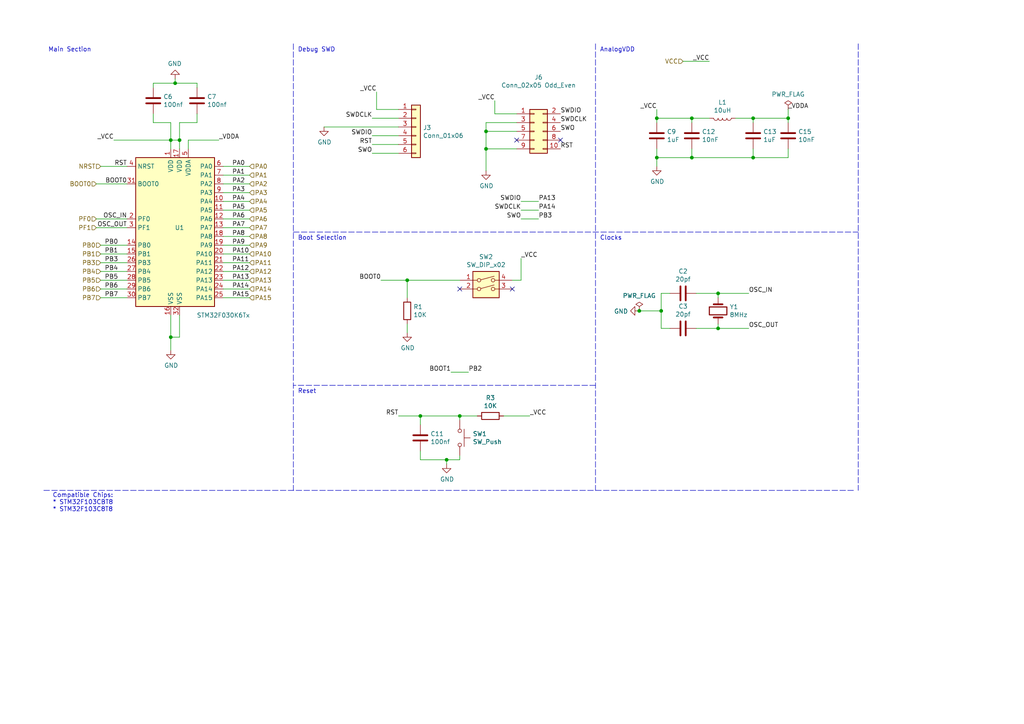
<source format=kicad_sch>
(kicad_sch (version 20231120) (generator "eeschema") (generator_version "8.0")
  (paper "A4")
  (lib_symbols
    (symbol "Connector_Generic:Conn_01x06" (pin_names (offset 1.016) hide)
      (property "Reference" "J" (at 0 7.62 0))
      (property "Value" "Conn_01x06" (at 0 -10.16 0))
      (symbol "Conn_01x06_1_1"
        (rectangle (start -1.27 -7.493) (end 0 -7.747) (stroke (width 0.1524)))
        (rectangle (start -1.27 -4.953) (end 0 -5.207) (stroke (width 0.1524)))
        (rectangle (start -1.27 -2.413) (end 0 -2.667) (stroke (width 0.1524)))
        (rectangle (start -1.27 0.127) (end 0 -0.127) (stroke (width 0.1524)))
        (rectangle (start -1.27 2.667) (end 0 2.413) (stroke (width 0.1524)))
        (rectangle (start -1.27 5.207) (end 0 4.953) (stroke (width 0.1524)))
        (rectangle (start -1.27 6.35) (end 1.27 -8.89) (stroke (width 0.254)) (fill (type background)))
        (pin passive line (at -5.08 5.08 0) (length 3.81) (name "Pin_1") (number "1"))
        (pin passive line (at -5.08 2.54 0) (length 3.81) (name "Pin_2") (number "2"))
        (pin passive line (at -5.08 0 0) (length 3.81) (name "Pin_3") (number "3"))
        (pin passive line (at -5.08 -2.54 0) (length 3.81) (name "Pin_4") (number "4"))
        (pin passive line (at -5.08 -5.08 0) (length 3.81) (name "Pin_5") (number "5"))
        (pin passive line (at -5.08 -7.62 0) (length 3.81) (name "Pin_6") (number "6"))
      )
    )
    (symbol "Connector_Generic:Conn_02x05_Odd_Even" (pin_names (offset 1.016) hide)
      (property "Reference" "J" (at 1.27 7.62 0))
      (property "Value" "Conn_02x05_Odd_Even" (at 1.27 -7.62 0))
      (symbol "Conn_02x05_Odd_Even_1_1"
        (rectangle (start -1.27 -4.953) (end 0 -5.207) (stroke (width 0.1524)))
        (rectangle (start -1.27 -2.413) (end 0 -2.667) (stroke (width 0.1524)))
        (rectangle (start -1.27 0.127) (end 0 -0.127) (stroke (width 0.1524)))
        (rectangle (start -1.27 2.667) (end 0 2.413) (stroke (width 0.1524)))
        (rectangle (start -1.27 5.207) (end 0 4.953) (stroke (width 0.1524)))
        (rectangle (start -1.27 6.35) (end 3.81 -6.35) (stroke (width 0.254)) (fill (type background)))
        (rectangle (start 3.81 -4.953) (end 2.54 -5.207) (stroke (width 0.1524)))
        (rectangle (start 3.81 -2.413) (end 2.54 -2.667) (stroke (width 0.1524)))
        (rectangle (start 3.81 0.127) (end 2.54 -0.127) (stroke (width 0.1524)))
        (rectangle (start 3.81 2.667) (end 2.54 2.413) (stroke (width 0.1524)))
        (rectangle (start 3.81 5.207) (end 2.54 4.953) (stroke (width 0.1524)))
        (pin passive line (at -5.08 5.08 0) (length 3.81) (name "Pin_1") (number "1"))
        (pin passive line (at 7.62 -5.08 180) (length 3.81) (name "Pin_10") (number "10"))
        (pin passive line (at 7.62 5.08 180) (length 3.81) (name "Pin_2") (number "2"))
        (pin passive line (at -5.08 2.54 0) (length 3.81) (name "Pin_3") (number "3"))
        (pin passive line (at 7.62 2.54 180) (length 3.81) (name "Pin_4") (number "4"))
        (pin passive line (at -5.08 0 0) (length 3.81) (name "Pin_5") (number "5"))
        (pin passive line (at 7.62 0 180) (length 3.81) (name "Pin_6") (number "6"))
        (pin passive line (at -5.08 -2.54 0) (length 3.81) (name "Pin_7") (number "7"))
        (pin passive line (at 7.62 -2.54 180) (length 3.81) (name "Pin_8") (number "8"))
        (pin passive line (at -5.08 -5.08 0) (length 3.81) (name "Pin_9") (number "9"))
      )
    )
    (symbol "Device:C" (pin_numbers hide) (pin_names (offset 0.254))
      (property "Reference" "C" (at 0.635 2.54 0))
      (property "Value" "C" (at 0.635 -2.54 0))
      (symbol "C_0_1"
        (polyline (pts (xy -2.032 -0.762) (xy 2.032 -0.762)) (stroke (width 0.508)))
        (polyline (pts (xy -2.032 0.762) (xy 2.032 0.762)) (stroke (width 0.508)))
      )
      (symbol "C_1_1"
        (pin passive line (at 0 3.81 270) (length 2.794) (name "~") (number "1"))
        (pin passive line (at 0 -3.81 90) (length 2.794) (name "~") (number "2"))
      )
    )
    (symbol "Device:Crystal" (pin_numbers hide) (pin_names (offset 1.016) hide)
      (property "Reference" "Y" (at 0 3.81 0))
      (property "Value" "Crystal" (at 0 -3.81 0))
      (symbol "Crystal_0_1"
        (rectangle (start -1.143 2.54) (end 1.143 -2.54) (stroke (width 0.3048)))
        (polyline (pts (xy -2.54 0) (xy -1.905 0)))
        (polyline (pts (xy -1.905 -1.27) (xy -1.905 1.27)) (stroke (width 0.508)))
        (polyline (pts (xy 1.905 -1.27) (xy 1.905 1.27)) (stroke (width 0.508)))
        (polyline (pts (xy 2.54 0) (xy 1.905 0)))
      )
      (symbol "Crystal_1_1"
        (pin passive line (at -3.81 0 0) (length 1.27) (name "1") (number "1"))
        (pin passive line (at 3.81 0 180) (length 1.27) (name "2") (number "2"))
      )
    )
    (symbol "Device:L" (pin_numbers hide) (pin_names (offset 1.016) hide)
      (property "Reference" "L" (at -1.27 0 90))
      (property "Value" "L" (at 1.905 0 90))
      (symbol "L_0_1"
        (arc (start 0 -2.54) (mid 0.6323 -1.905) (end 0 -1.27))
        (arc (start 0 -1.27) (mid 0.6323 -0.635) (end 0 0))
        (arc (start 0 0) (mid 0.6323 0.635) (end 0 1.27))
        (arc (start 0 1.27) (mid 0.6323 1.905) (end 0 2.54))
      )
      (symbol "L_1_1"
        (pin passive line (at 0 3.81 270) (length 1.27) (name "1") (number "1"))
        (pin passive line (at 0 -3.81 90) (length 1.27) (name "2") (number "2"))
      )
    )
    (symbol "Device:R" (pin_numbers hide) (pin_names (offset 0))
      (property "Reference" "R" (at 2.032 0 90))
      (property "Value" "R" (at 0 0 90))
      (symbol "R_0_1"
        (rectangle (start -1.016 -2.54) (end 1.016 2.54) (stroke (width 0.254)))
      )
      (symbol "R_1_1"
        (pin passive line (at 0 3.81 270) (length 1.27) (name "~") (number "1"))
        (pin passive line (at 0 -3.81 90) (length 1.27) (name "~") (number "2"))
      )
    )
    (symbol "STM32F030K6T6TR_Devel-rescue:GND-power" (power) (pin_names (offset 0))
      (property "Value" "power_GND" (at 0 -3.81 0))
      (symbol "GND-power_0_1"
        (polyline (pts (xy 0 0) (xy 0 -1.27) (xy 1.27 -1.27) (xy 0 -2.54) (xy -1.27 -1.27) (xy 0 -1.27)))
      )
      (symbol "GND-power_1_1"
        (pin power_in line (at 0 0 270) (length 0) hide (name "GND") (number "1"))
      )
    )
    (symbol "STM32F030K6T6TR_Devel-rescue:PWR_FLAG-power" (power) (pin_numbers hide) (pin_names (offset 0) hide)
      (property "Value" "power_PWR_FLAG" (at 0 3.81 0))
      (symbol "PWR_FLAG-power_0_0"
        (pin power_out line (at 0 0 90) (length 0) (name "pwr") (number "1"))
      )
      (symbol "PWR_FLAG-power_0_1"
        (polyline (pts (xy 0 0) (xy 0 1.27) (xy -1.016 1.905) (xy 0 2.54) (xy 1.016 1.905) (xy 0 1.27)))
      )
    )
    (symbol "STM32F030K6T6TR_Devel-rescue:STM32F030K6Tx-MCU_ST_STM32F0"
      (property "Reference" "U" (at -12.7 21.59 0))
      (property "Value" "MCU_ST_STM32F0_STM32F030K6Tx" (at 5.08 21.59 0))
      (symbol "STM32F030K6Tx-MCU_ST_STM32F0_0_1"
        (rectangle (start -12.7 -22.86) (end 10.16 20.32) (stroke (width 0.254)) (fill (type background)))
      )
      (symbol "STM32F030K6Tx-MCU_ST_STM32F0_1_1"
        (pin power_in line (at -2.54 22.86 270) (length 2.54) (name "VDD") (number "1"))
        (pin bidirectional line (at 12.7 7.62 180) (length 2.54) (name "PA4") (number "10"))
        (pin bidirectional line (at 12.7 5.08 180) (length 2.54) (name "PA5") (number "11"))
        (pin bidirectional line (at 12.7 2.54 180) (length 2.54) (name "PA6") (number "12"))
        (pin bidirectional line (at 12.7 0 180) (length 2.54) (name "PA7") (number "13"))
        (pin bidirectional line (at -15.24 -5.08 0) (length 2.54) (name "PB0") (number "14"))
        (pin bidirectional line (at -15.24 -7.62 0) (length 2.54) (name "PB1") (number "15"))
        (pin power_in line (at -2.54 -25.4 90) (length 2.54) (name "VSS") (number "16"))
        (pin power_in line (at 0 22.86 270) (length 2.54) (name "VDD") (number "17"))
        (pin bidirectional line (at 12.7 -2.54 180) (length 2.54) (name "PA8") (number "18"))
        (pin bidirectional line (at 12.7 -5.08 180) (length 2.54) (name "PA9") (number "19"))
        (pin input line (at -15.24 2.54 0) (length 2.54) (name "PF0") (number "2"))
        (pin bidirectional line (at 12.7 -7.62 180) (length 2.54) (name "PA10") (number "20"))
        (pin bidirectional line (at 12.7 -10.16 180) (length 2.54) (name "PA11") (number "21"))
        (pin bidirectional line (at 12.7 -12.7 180) (length 2.54) (name "PA12") (number "22"))
        (pin bidirectional line (at 12.7 -15.24 180) (length 2.54) (name "PA13") (number "23"))
        (pin bidirectional line (at 12.7 -17.78 180) (length 2.54) (name "PA14") (number "24"))
        (pin bidirectional line (at 12.7 -20.32 180) (length 2.54) (name "PA15") (number "25"))
        (pin bidirectional line (at -15.24 -10.16 0) (length 2.54) (name "PB3") (number "26"))
        (pin bidirectional line (at -15.24 -12.7 0) (length 2.54) (name "PB4") (number "27"))
        (pin bidirectional line (at -15.24 -15.24 0) (length 2.54) (name "PB5") (number "28"))
        (pin bidirectional line (at -15.24 -17.78 0) (length 2.54) (name "PB6") (number "29"))
        (pin input line (at -15.24 0 0) (length 2.54) (name "PF1") (number "3"))
        (pin bidirectional line (at -15.24 -20.32 0) (length 2.54) (name "PB7") (number "30"))
        (pin input line (at -15.24 12.7 0) (length 2.54) (name "BOOT0") (number "31"))
        (pin power_in line (at 0 -25.4 90) (length 2.54) (name "VSS") (number "32"))
        (pin input line (at -15.24 17.78 0) (length 2.54) (name "NRST") (number "4"))
        (pin power_in line (at 2.54 22.86 270) (length 2.54) (name "VDDA") (number "5"))
        (pin bidirectional line (at 12.7 17.78 180) (length 2.54) (name "PA0") (number "6"))
        (pin bidirectional line (at 12.7 15.24 180) (length 2.54) (name "PA1") (number "7"))
        (pin bidirectional line (at 12.7 12.7 180) (length 2.54) (name "PA2") (number "8"))
        (pin bidirectional line (at 12.7 10.16 180) (length 2.54) (name "PA3") (number "9"))
      )
    )
    (symbol "Switch:SW_DIP_x02" (pin_names (offset 0) hide)
      (property "Reference" "SW" (at 0 6.35 0))
      (property "Value" "SW_DIP_x02" (at 0 -3.81 0))
      (symbol "SW_DIP_x02_0_0"
        (circle (center -2.032 0) (radius 0.508))
        (circle (center -2.032 2.54) (radius 0.508))
        (polyline (pts (xy -1.524 0.127) (xy 2.3622 1.1684)))
        (polyline (pts (xy -1.524 2.667) (xy 2.3622 3.7084)))
        (circle (center 2.032 0) (radius 0.508))
        (circle (center 2.032 2.54) (radius 0.508))
      )
      (symbol "SW_DIP_x02_0_1"
        (rectangle (start -3.81 5.08) (end 3.81 -2.54) (stroke (width 0.254)) (fill (type background)))
      )
      (symbol "SW_DIP_x02_1_1"
        (pin passive line (at -7.62 2.54 0) (length 5.08) (name "~") (number "1"))
        (pin passive line (at -7.62 0 0) (length 5.08) (name "~") (number "2"))
        (pin passive line (at 7.62 0 180) (length 5.08) (name "~") (number "3"))
        (pin passive line (at 7.62 2.54 180) (length 5.08) (name "~") (number "4"))
      )
    )
    (symbol "Switch:SW_Push" (pin_numbers hide) (pin_names (offset 1.016) hide)
      (property "Reference" "SW" (at 1.27 2.54 0))
      (property "Value" "SW_Push" (at 0 -1.524 0))
      (symbol "SW_Push_0_1"
        (circle (center -2.032 0) (radius 0.508))
        (polyline (pts (xy 0 1.27) (xy 0 3.048)))
        (polyline (pts (xy 2.54 1.27) (xy -2.54 1.27)))
        (circle (center 2.032 0) (radius 0.508))
        (pin passive line (at -5.08 0 0) (length 2.54) (name "1") (number "1"))
        (pin passive line (at 5.08 0 180) (length 2.54) (name "2") (number "2"))
      )
    )
  )
  (junction (at 50.8 24.13))
  (junction (at 208.28 95.25))
  (junction (at 140.97 43.18))
  (junction (at 200.66 34.29))
  (junction (at 121.92 120.65))
  (junction (at 52.07 40.64))
  (junction (at 228.6 34.29))
  (junction (at 49.53 97.79))
  (junction (at 118.11 81.28))
  (junction (at 208.28 85.09))
  (junction (at 218.44 45.72))
  (junction (at 140.97 38.1))
  (junction (at 218.44 34.29))
  (junction (at 129.54 133.35))
  (junction (at 200.66 45.72))
  (junction (at 191.77 90.17))
  (junction (at 190.5 34.29))
  (junction (at 49.53 40.64))
  (junction (at 185.42 90.17))
  (junction (at 133.35 120.65))
  (junction (at 190.5 45.72))
  (no_connect (at 149.86 40.64))
  (no_connect (at 148.59 83.82))
  (no_connect (at 162.56 40.64))
  (no_connect (at 133.35 83.82))
  (wire (pts (xy 29.21 48.26) (xy 36.83 48.26)))
  (wire (pts (xy 218.44 43.18) (xy 218.44 45.72)))
  (wire (pts (xy 208.28 95.25) (xy 217.17 95.25)))
  (wire (pts (xy 121.92 133.35) (xy 129.54 133.35)))
  (wire (pts (xy 29.21 83.82) (xy 36.83 83.82)))
  (wire (pts (xy 64.77 53.34) (xy 72.39 53.34)))
  (wire (pts (xy 93.98 36.83) (xy 115.57 36.83)))
  (wire (pts (xy 130.81 107.95) (xy 135.89 107.95)))
  (wire (pts (xy 44.45 35.56) (xy 44.45 33.02)))
  (wire (pts (xy 185.42 90.17) (xy 191.77 90.17)))
  (polyline (pts (xy 85.09 12.7) (xy 85.09 142.24)) (stroke (width 0) (type dash)))
  (wire (pts (xy 29.21 71.12) (xy 36.83 71.12)))
  (wire (pts (xy 208.28 93.98) (xy 208.28 95.25)))
  (wire (pts (xy 64.77 63.5) (xy 72.39 63.5)))
  (wire (pts (xy 64.77 73.66) (xy 72.39 73.66)))
  (wire (pts (xy 52.07 97.79) (xy 49.53 97.79)))
  (wire (pts (xy 109.22 31.75) (xy 115.57 31.75)))
  (wire (pts (xy 151.13 74.93) (xy 151.13 81.28)))
  (wire (pts (xy 107.95 44.45) (xy 115.57 44.45)))
  (wire (pts (xy 109.22 31.75) (xy 109.22 26.67)))
  (wire (pts (xy 52.07 40.64) (xy 52.07 43.18)))
  (wire (pts (xy 57.15 24.13) (xy 50.8 24.13)))
  (wire (pts (xy 153.67 120.65) (xy 146.05 120.65)))
  (wire (pts (xy 44.45 24.13) (xy 50.8 24.13)))
  (polyline (pts (xy 172.72 12.7) (xy 172.72 142.24)) (stroke (width 0) (type dash)))
  (wire (pts (xy 140.97 35.56) (xy 149.86 35.56)))
  (wire (pts (xy 151.13 63.5) (xy 156.21 63.5)))
  (wire (pts (xy 64.77 50.8) (xy 72.39 50.8)))
  (wire (pts (xy 36.83 76.2) (xy 29.21 76.2)))
  (polyline (pts (xy 172.72 111.76) (xy 85.09 111.76)) (stroke (width 0) (type dash)))
  (wire (pts (xy 27.94 53.34) (xy 36.83 53.34)))
  (wire (pts (xy 140.97 43.18) (xy 140.97 49.53)))
  (wire (pts (xy 121.92 120.65) (xy 133.35 120.65)))
  (wire (pts (xy 200.66 35.56) (xy 200.66 34.29)))
  (wire (pts (xy 149.86 38.1) (xy 140.97 38.1)))
  (wire (pts (xy 64.77 71.12) (xy 72.39 71.12)))
  (wire (pts (xy 218.44 35.56) (xy 218.44 34.29)))
  (wire (pts (xy 121.92 123.19) (xy 121.92 120.65)))
  (wire (pts (xy 208.28 85.09) (xy 217.17 85.09)))
  (wire (pts (xy 49.53 40.64) (xy 52.07 40.64)))
  (wire (pts (xy 118.11 81.28) (xy 133.35 81.28)))
  (wire (pts (xy 57.15 35.56) (xy 52.07 35.56)))
  (wire (pts (xy 64.77 68.58) (xy 72.39 68.58)))
  (wire (pts (xy 205.74 17.78) (xy 198.12 17.78)))
  (wire (pts (xy 49.53 91.44) (xy 49.53 97.79)))
  (wire (pts (xy 110.49 81.28) (xy 118.11 81.28)))
  (wire (pts (xy 190.5 34.29) (xy 200.66 34.29)))
  (wire (pts (xy 228.6 45.72) (xy 228.6 43.18)))
  (wire (pts (xy 36.83 73.66) (xy 29.21 73.66)))
  (wire (pts (xy 151.13 58.42) (xy 156.21 58.42)))
  (wire (pts (xy 208.28 85.09) (xy 208.28 86.36)))
  (wire (pts (xy 143.51 33.02) (xy 149.86 33.02)))
  (wire (pts (xy 64.77 83.82) (xy 72.39 83.82)))
  (wire (pts (xy 36.83 86.36) (xy 29.21 86.36)))
  (wire (pts (xy 200.66 45.72) (xy 218.44 45.72)))
  (polyline (pts (xy 85.09 67.31) (xy 248.92 67.31)) (stroke (width 0) (type dash)))
  (wire (pts (xy 228.6 34.29) (xy 228.6 35.56)))
  (wire (pts (xy 200.66 34.29) (xy 205.74 34.29)))
  (wire (pts (xy 118.11 81.28) (xy 118.11 86.36)))
  (wire (pts (xy 29.21 78.74) (xy 36.83 78.74)))
  (wire (pts (xy 156.21 60.96) (xy 151.13 60.96)))
  (wire (pts (xy 148.59 81.28) (xy 151.13 81.28)))
  (wire (pts (xy 57.15 25.4) (xy 57.15 24.13)))
  (wire (pts (xy 49.53 97.79) (xy 49.53 101.6)))
  (wire (pts (xy 64.77 58.42) (xy 72.39 58.42)))
  (wire (pts (xy 133.35 120.65) (xy 133.35 121.92)))
  (wire (pts (xy 49.53 35.56) (xy 44.45 35.56)))
  (wire (pts (xy 27.94 66.04) (xy 36.83 66.04)))
  (wire (pts (xy 64.77 66.04) (xy 72.39 66.04)))
  (wire (pts (xy 52.07 35.56) (xy 52.07 40.64)))
  (wire (pts (xy 64.77 60.96) (xy 72.39 60.96)))
  (wire (pts (xy 107.95 39.37) (xy 115.57 39.37)))
  (wire (pts (xy 64.77 78.74) (xy 72.39 78.74)))
  (wire (pts (xy 191.77 90.17) (xy 191.77 95.25)))
  (wire (pts (xy 64.77 48.26) (xy 72.39 48.26)))
  (wire (pts (xy 191.77 95.25) (xy 194.31 95.25)))
  (wire (pts (xy 64.77 86.36) (xy 72.39 86.36)))
  (wire (pts (xy 138.43 120.65) (xy 133.35 120.65)))
  (wire (pts (xy 200.66 43.18) (xy 200.66 45.72)))
  (wire (pts (xy 140.97 35.56) (xy 140.97 38.1)))
  (wire (pts (xy 54.61 40.64) (xy 54.61 43.18)))
  (wire (pts (xy 133.35 133.35) (xy 129.54 133.35)))
  (wire (pts (xy 208.28 95.25) (xy 201.93 95.25)))
  (wire (pts (xy 143.51 29.21) (xy 143.51 33.02)))
  (wire (pts (xy 33.02 40.64) (xy 49.53 40.64)))
  (wire (pts (xy 64.77 81.28) (xy 72.39 81.28)))
  (wire (pts (xy 64.77 76.2) (xy 72.39 76.2)))
  (wire (pts (xy 213.36 34.29) (xy 218.44 34.29)))
  (wire (pts (xy 191.77 85.09) (xy 191.77 90.17)))
  (wire (pts (xy 129.54 133.35) (xy 129.54 134.62)))
  (wire (pts (xy 64.77 55.88) (xy 72.39 55.88)))
  (wire (pts (xy 201.93 85.09) (xy 208.28 85.09)))
  (wire (pts (xy 44.45 25.4) (xy 44.45 24.13)))
  (wire (pts (xy 228.6 31.75) (xy 228.6 34.29)))
  (wire (pts (xy 36.83 81.28) (xy 29.21 81.28)))
  (wire (pts (xy 218.44 34.29) (xy 228.6 34.29)))
  (wire (pts (xy 133.35 132.08) (xy 133.35 133.35)))
  (wire (pts (xy 50.8 24.13) (xy 50.8 22.86)))
  (polyline (pts (xy 12.7 142.24) (xy 247.65 142.24)) (stroke (width 0) (type dash)))
  (wire (pts (xy 57.15 33.02) (xy 57.15 35.56)))
  (wire (pts (xy 140.97 38.1) (xy 140.97 43.18)))
  (wire (pts (xy 194.31 85.09) (xy 191.77 85.09)))
  (wire (pts (xy 107.95 41.91) (xy 115.57 41.91)))
  (wire (pts (xy 121.92 130.81) (xy 121.92 133.35)))
  (polyline (pts (xy 248.92 12.7) (xy 248.92 142.24)) (stroke (width 0) (type dash)))
  (wire (pts (xy 118.11 96.52) (xy 118.11 93.98)))
  (wire (pts (xy 190.5 35.56) (xy 190.5 34.29)))
  (wire (pts (xy 218.44 45.72) (xy 228.6 45.72)))
  (wire (pts (xy 190.5 31.75) (xy 190.5 34.29)))
  (wire (pts (xy 49.53 43.18) (xy 49.53 40.64)))
  (wire (pts (xy 190.5 45.72) (xy 200.66 45.72)))
  (wire (pts (xy 115.57 34.29) (xy 107.95 34.29)))
  (wire (pts (xy 49.53 35.56) (xy 49.53 40.64)))
  (wire (pts (xy 27.94 63.5) (xy 36.83 63.5)))
  (wire (pts (xy 190.5 48.26) (xy 190.5 45.72)))
  (wire (pts (xy 190.5 43.18) (xy 190.5 45.72)))
  (wire (pts (xy 63.5 40.64) (xy 54.61 40.64)))
  (wire (pts (xy 52.07 91.44) (xy 52.07 97.79)))
  (wire (pts (xy 149.86 43.18) (xy 140.97 43.18)))
  (wire (pts (xy 115.57 120.65) (xy 121.92 120.65)))
  (text "Reset" (at 86.36 114.3 0) (effects (font (size 1.27 1.27)) (justify left bottom)))
  (text "Debug SWD" (at 86.36 15.24 0) (effects (font (size 1.27 1.27)) (justify left bottom)))
  (text "Clocks" (at 173.99 69.85 0) (effects (font (size 1.27 1.27)) (justify left bottom)))
  (text "Compatible Chips:\n* STM32F103CBT8\n* STM32F103C8T8" (at 15.24 148.59 0) (effects (font (size 1.27 1.27)) (justify left bottom)))
  (text "Boot Selection" (at 86.36 69.85 0) (effects (font (size 1.27 1.27)) (justify left bottom)))
  (text "AnalogVDD" (at 173.99 15.24 0) (effects (font (size 1.27 1.27)) (justify left bottom)))
  (text "Main Section" (at 13.97 15.24 0) (effects (font (size 1.27 1.27)) (justify left bottom)))
  (label "PA9" (at 67.31 71.12 0))
  (label "PA10" (at 67.31 73.66 0))
  (label "RST" (at 36.83 48.26 180))
  (label "RST" (at 107.95 41.91 180))
  (label "RST" (at 162.56 43.18 0))
  (label "PA6" (at 67.31 63.5 0))
  (label "BOOT1" (at 130.81 107.95 180))
  (label "PA14" (at 67.31 83.82 0))
  (label "PB7" (at 34.29 86.36 180))
  (label "PA12" (at 67.31 78.74 0))
  (label "PA4" (at 67.31 58.42 0))
  (label "PB2" (at 135.89 107.95 0))
  (label "PA2" (at 67.31 53.34 0))
  (label "SWO" (at 107.95 44.45 180))
  (label "PA0" (at 67.31 48.26 0))
  (label "SWDCLK" (at 107.95 34.29 180))
  (label "PB0" (at 34.29 71.12 180))
  (label "PA1" (at 67.31 50.8 0))
  (label "_VDDA" (at 228.6 31.75 0))
  (label "_VCC" (at 205.74 17.78 180))
  (label "_VCC" (at 153.67 120.65 0))
  (label "SWDCLK" (at 162.56 35.56 0))
  (label "RST" (at 115.57 120.65 180))
  (label "_VCC" (at 109.22 26.67 180))
  (label "PB1" (at 34.29 73.66 180))
  (label "SWDIO" (at 107.95 39.37 180))
  (label "PA14" (at 156.21 60.96 0))
  (label "BOOT0" (at 110.49 81.28 180))
  (label "OSC_IN" (at 217.17 85.09 0))
  (label "PB5" (at 34.29 81.28 180))
  (label "PA7" (at 67.31 66.04 0))
  (label "PA11" (at 67.31 76.2 0))
  (label "BOOT0" (at 36.83 53.34 180))
  (label "SWDIO" (at 151.13 58.42 180))
  (label "PA13" (at 156.21 58.42 0))
  (label "PA5" (at 67.31 60.96 0))
  (label "PB4" (at 34.29 78.74 180))
  (label "PB6" (at 34.29 83.82 180))
  (label "PA3" (at 67.31 55.88 0))
  (label "OSC_OUT" (at 217.17 95.25 0))
  (label "_VCC" (at 143.51 29.21 180))
  (label "_VDDA" (at 63.5 40.64 0))
  (label "_VCC" (at 33.02 40.64 180))
  (label "SWDIO" (at 162.56 33.02 0))
  (label "PB3" (at 156.21 63.5 0))
  (label "_VCC" (at 190.5 31.75 180))
  (label "PA13" (at 67.31 81.28 0))
  (label "OSC_IN" (at 36.83 63.5 180))
  (label "SWO" (at 162.56 38.1 0))
  (label "_VCC" (at 151.13 74.93 0))
  (label "PB3" (at 34.29 76.2 180))
  (label "OSC_OUT" (at 36.83 66.04 180))
  (label "PA15" (at 67.31 86.36 0))
  (label "PA8" (at 67.31 68.58 0))
  (label "SWO" (at 151.13 63.5 180))
  (label "SWDCLK" (at 151.13 60.96 180))
  (hierarchical_label "PF0" (shape input) (at 27.94 63.5 180))
  (hierarchical_label "PA15" (shape input) (at 72.39 86.36 0))
  (hierarchical_label "PF1" (shape input) (at 27.94 66.04 180))
  (hierarchical_label "PB0" (shape input) (at 29.21 71.12 180))
  (hierarchical_label "PB4" (shape input) (at 29.21 78.74 180))
  (hierarchical_label "PB3" (shape input) (at 29.21 76.2 180))
  (hierarchical_label "PB6" (shape input) (at 29.21 83.82 180))
  (hierarchical_label "PA1" (shape input) (at 72.39 50.8 0))
  (hierarchical_label "PA5" (shape input) (at 72.39 60.96 0))
  (hierarchical_label "PA14" (shape input) (at 72.39 83.82 0))
  (hierarchical_label "PA11" (shape input) (at 72.39 76.2 0))
  (hierarchical_label "PA9" (shape input) (at 72.39 71.12 0))
  (hierarchical_label "PA6" (shape input) (at 72.39 63.5 0))
  (hierarchical_label "PA13" (shape input) (at 72.39 81.28 0))
  (hierarchical_label "PB5" (shape input) (at 29.21 81.28 180))
  (hierarchical_label "VCC" (shape input) (at 198.12 17.78 180))
  (hierarchical_label "PA0" (shape input) (at 72.39 48.26 0))
  (hierarchical_label "PB1" (shape input) (at 29.21 73.66 180))
  (hierarchical_label "PA8" (shape input) (at 72.39 68.58 0))
  (hierarchical_label "PA7" (shape input) (at 72.39 66.04 0))
  (hierarchical_label "PA3" (shape input) (at 72.39 55.88 0))
  (hierarchical_label "BOOT0" (shape input) (at 27.94 53.34 180))
  (hierarchical_label "PA2" (shape input) (at 72.39 53.34 0))
  (hierarchical_label "PA12" (shape input) (at 72.39 78.74 0))
  (hierarchical_label "NRST" (shape input) (at 29.21 48.26 180))
  (hierarchical_label "PA10" (shape input) (at 72.39 73.66 0))
  (hierarchical_label "PA4" (shape input) (at 72.39 58.42 0))
  (hierarchical_label "PB7" (shape input) (at 29.21 86.36 180))
  (symbol (lib_id "STM32F030K6T6TR_Devel-rescue:GND-power") (at 49.53 101.6 0) (unit 1)
    (property "Reference" "#PWR04" (effects (hide yes)))
    (property "Value" "GND" (at 49.657 105.9942 0))
    (instances (project "STM32F030K6T6TR_Devel" (path "" (reference "#PWR04") (unit 1)) (path "" (reference "#PWR?") (unit 1))))
  )
  (symbol (lib_id "STM32F030K6T6TR_Devel-rescue:GND-power") (at 50.8 22.86 180) (unit 1)
    (property "Reference" "#PWR05" (effects (hide yes)))
    (property "Value" "GND" (at 50.673 18.4658 0))
    (instances (project "STM32F030K6T6TR_Devel" (path "" (reference "#PWR05") (unit 1)) (path "" (reference "#PWR?") (unit 1))))
  )
  (symbol (lib_id "Device:C") (at 57.15 29.21 0) (unit 1)
    (property "Reference" "C7" (at 60.071 28.0416 0) (effects (justify left)))
    (property "Value" "100nf" (at 60.071 30.353 0) (effects (justify left)))
    (property "Footprint" "Capacitor_SMD:C_0805_2012Metric" (effects (hide yes)))
    (property "LCSC" "C49678" (effects (hide yes)))
    (instances (project "STM32F030K6T6TR_Devel" (path "" (reference "C7") (unit 1)) (path "" (reference "C?") (unit 1))))
  )
  (symbol (lib_id "Device:C") (at 44.45 29.21 0) (unit 1)
    (property "Reference" "C6" (at 47.371 28.0416 0) (effects (justify left)))
    (property "Value" "100nf" (at 47.371 30.353 0) (effects (justify left)))
    (property "Footprint" "Capacitor_SMD:C_0805_2012Metric" (effects (hide yes)))
    (property "LCSC" "C49678" (effects (hide yes)))
    (instances (project "STM32F030K6T6TR_Devel" (path "" (reference "C6") (unit 1)) (path "" (reference "C?") (unit 1))))
  )
  (symbol (lib_id "STM32F030K6T6TR_Devel-rescue:PWR_FLAG-power") (at 185.42 90.17 0) (unit 1)
    (property "Reference" "#FLG0103" (effects (hide yes)))
    (property "Value" "PWR_FLAG" (at 185.42 85.7758 0))
  )
  (symbol (lib_id "STM32F030K6T6TR_Devel-rescue:STM32F030K6Tx-MCU_ST_STM32F0") (at 52.07 66.04 0) (unit 1)
    (property "Reference" "U1" (at 52.07 66.04 0))
    (property "Value" "STM32F030K6Tx" (at 64.77 91.44 0))
    (property "Footprint" "Package_QFP:LQFP-32_7x7mm_P0.8mm" (effects (hide yes)))
    (property "Datasheet" "http://www.st.com/st-web-ui/static/active/en/resource/technical/document/datasheet/DM00088500.pdf" (effects (hide yes)))
    (property "LCSC" "C88446" (effects (hide yes)))
  )
  (symbol (lib_id "Device:Crystal") (at 208.28 90.17 270) (unit 1)
    (property "Reference" "Y1" (at 211.6074 89.0016 90) (effects (justify left)))
    (property "Value" "8MHz" (at 211.6074 91.313 90) (effects (justify left)))
    (property "Footprint" "Crystal:Crystal_SMD_5032-2Pin_5.0x3.2mm" (effects (hide yes)))
    (property "LCSC" "C115962" (effects (hide yes)))
    (instances (project "STM32F030K6T6TR_Devel" (path "" (reference "Y1") (unit 1)) (path "" (reference "Y?") (unit 1))))
  )
  (symbol (lib_id "Device:C") (at 198.12 95.25 270) (unit 1)
    (property "Reference" "C3" (at 198.12 88.8492 90))
    (property "Value" "20pf" (at 198.12 91.1606 90))
    (property "Footprint" "Capacitor_SMD:C_0805_2012Metric" (effects (hide yes)))
    (property "LCSC" "C1798" (effects (hide yes)))
    (instances (project "STM32F030K6T6TR_Devel" (path "" (reference "C3") (unit 1)) (path "" (reference "C?") (unit 1))))
  )
  (symbol (lib_id "Device:C") (at 198.12 85.09 270) (unit 1)
    (property "Reference" "C2" (at 198.12 78.6892 90))
    (property "Value" "20pf" (at 198.12 81.0006 90))
    (property "Footprint" "Capacitor_SMD:C_0805_2012Metric" (effects (hide yes)))
    (property "LCSC" "C1798" (effects (hide yes)))
    (instances (project "STM32F030K6T6TR_Devel" (path "" (reference "C2") (unit 1)) (path "" (reference "C?") (unit 1))))
  )
  (symbol (lib_id "STM32F030K6T6TR_Devel-rescue:GND-power") (at 185.42 90.17 270) (unit 1)
    (property "Reference" "#PWR01" (effects (hide yes)))
    (property "Value" "GND" (at 182.1688 90.297 90) (effects (justify right)))
    (instances (project "STM32F030K6T6TR_Devel" (path "" (reference "#PWR01") (unit 1)) (path "" (reference "#PWR?") (unit 1))))
  )
  (symbol (lib_id "STM32F030K6T6TR_Devel-rescue:GND-power") (at 93.98 36.83 0) (unit 1)
    (property "Reference" "#PWR030" (effects (hide yes)))
    (property "Value" "GND" (at 94.107 41.2242 0))
    (instances (project "STM32F030K6T6TR_Devel" (path "" (reference "#PWR030") (unit 1)) (path "" (reference "#PWR?") (unit 1))))
  )
  (symbol (lib_id "Connector_Generic:Conn_02x05_Odd_Even") (at 154.94 38.1 0) (unit 1)
    (property "Reference" "J6" (at 156.21 22.4282 0))
    (property "Value" "Conn_02x05 Odd_Even" (at 156.21 24.7396 0))
    (property "Footprint" "Connector_PinHeader_1.27mm:PinHeader_2x05_P1.27mm_Vertical_SMD" (effects (hide yes)))
    (instances (project "STM32F030K6T6TR_Devel" (path "" (reference "J6") (unit 1)) (path "" (reference "J?") (unit 1))))
  )
  (symbol (lib_id "STM32F030K6T6TR_Devel-rescue:GND-power") (at 140.97 49.53 0) (unit 1)
    (property "Reference" "#PWR031" (effects (hide yes)))
    (property "Value" "GND" (at 141.097 53.9242 0))
    (instances (project "STM32F030K6T6TR_Devel" (path "" (reference "#PWR031") (unit 1)) (path "" (reference "#PWR?") (unit 1))))
  )
  (symbol (lib_id "Switch:SW_DIP_x02") (at 140.97 83.82 0) (unit 1)
    (property "Reference" "SW2" (at 140.97 74.4982 0))
    (property "Value" "SW_DIP_x02" (at 140.97 76.8096 0))
    (property "Footprint" "Button_Switch_SMD:SW_DIP_SPSTx02_Slide_6.7x6.64mm_W8.61mm_P2.54mm_LowProfile" (effects (hide yes)))
  )
  (symbol (lib_id "Device:C") (at 121.92 127 0) (unit 1)
    (property "Reference" "C11" (at 124.841 125.8316 0) (effects (justify left)))
    (property "Value" "100nf" (at 124.841 128.143 0) (effects (justify left)))
    (property "Footprint" "Capacitor_SMD:C_0805_2012Metric" (effects (hide yes)))
    (property "LCSC" "C49678" (effects (hide yes)))
    (instances (project "STM32F030K6T6TR_Devel" (path "" (reference "C11") (unit 1)) (path "" (reference "C?") (unit 1))))
  )
  (symbol (lib_id "STM32F030K6T6TR_Devel-rescue:GND-power") (at 129.54 134.62 0) (unit 1)
    (property "Reference" "#PWR011" (effects (hide yes)))
    (property "Value" "GND" (at 129.667 139.0142 0))
    (instances (project "STM32F030K6T6TR_Devel" (path "" (reference "#PWR011") (unit 1)) (path "" (reference "#PWR?") (unit 1))))
  )
  (symbol (lib_id "Switch:SW_Push") (at 133.35 127 270) (unit 1)
    (property "Reference" "SW1" (at 137.1092 125.8316 90) (effects (justify left)))
    (property "Value" "SW_Push" (at 137.1092 128.143 90) (effects (justify left)))
    (property "Footprint" "Button_Switch_THT:SW_PUSH_6mm" (effects (hide yes)))
    (instances (project "STM32F030K6T6TR_Devel" (path "" (reference "SW1") (unit 1)) (path "" (reference "SW?") (unit 1))))
  )
  (symbol (lib_id "STM32F030K6T6TR_Devel-rescue:GND-power") (at 118.11 96.52 0) (unit 1)
    (property "Reference" "#PWR014" (effects (hide yes)))
    (property "Value" "GND" (at 118.237 100.9142 0))
    (instances (project "STM32F030K6T6TR_Devel" (path "" (reference "#PWR014") (unit 1)) (path "" (reference "#PWR?") (unit 1))))
  )
  (symbol (lib_id "Device:R") (at 118.11 90.17 0) (unit 1)
    (property "Reference" "R1" (at 119.888 89.0016 0) (effects (justify left)))
    (property "Value" "10K" (at 119.888 91.313 0) (effects (justify left)))
    (property "Footprint" "Resistor_SMD:R_0805_2012Metric" (effects (hide yes)))
    (property "LCSC" "C17414" (effects (hide yes)))
    (instances (project "STM32F030K6T6TR_Devel" (path "" (reference "R1") (unit 1)) (path "" (reference "R?") (unit 1))))
  )
  (symbol (lib_id "Device:R") (at 142.24 120.65 270) (unit 1)
    (property "Reference" "R3" (at 142.24 115.3922 90))
    (property "Value" "10K" (at 142.24 117.7036 90))
    (property "Footprint" "Resistor_SMD:R_0805_2012Metric" (effects (hide yes)))
    (property "LCSC" "C17414" (effects (hide yes)))
    (instances (project "STM32F030K6T6TR_Devel" (path "" (reference "R3") (unit 1)) (path "" (reference "R?") (unit 1))))
  )
  (symbol (lib_id "Connector_Generic:Conn_01x06") (at 120.65 36.83 0) (unit 1)
    (property "Reference" "J3" (at 122.682 37.0332 0) (effects (justify left)))
    (property "Value" "Conn_01x06" (at 122.682 39.3446 0) (effects (justify left)))
    (property "Footprint" "Connector_PinHeader_2.54mm:PinHeader_1x06_P2.54mm_Vertical" (effects (hide yes)))
  )
  (symbol (lib_id "Device:C") (at 190.5 39.37 0) (unit 1)
    (property "Reference" "C9" (at 193.421 38.2016 0) (effects (justify left)))
    (property "Value" "1uF" (at 193.421 40.513 0) (effects (justify left)))
    (property "Footprint" "Capacitor_SMD:C_0805_2012Metric" (effects (hide yes)))
    (property "LCSC" "C28323" (effects (hide yes)))
    (instances (project "STM32F030K6T6TR_Devel" (path "" (reference "C9") (unit 1)) (path "" (reference "C?") (unit 1))))
  )
  (symbol (lib_id "STM32F030K6T6TR_Devel-rescue:GND-power") (at 190.5 48.26 0) (unit 1)
    (property "Reference" "#PWR09" (effects (hide yes)))
    (property "Value" "GND" (at 190.627 52.6542 0))
    (instances (project "STM32F030K6T6TR_Devel" (path "" (reference "#PWR09") (unit 1)) (path "" (reference "#PWR?") (unit 1))))
  )
  (symbol (lib_id "Device:C") (at 200.66 39.37 0) (unit 1)
    (property "Reference" "C12" (at 203.581 38.2016 0) (effects (justify left)))
    (property "Value" "10nF" (at 203.581 40.513 0) (effects (justify left)))
    (property "Footprint" "Capacitor_SMD:C_0805_2012Metric" (effects (hide yes)))
    (property "LCSC" "C1710" (effects (hide yes)))
    (instances (project "STM32F030K6T6TR_Devel" (path "" (reference "C12") (unit 1)) (path "" (reference "C?") (unit 1))))
  )
  (symbol (lib_id "Device:C") (at 218.44 39.37 0) (unit 1)
    (property "Reference" "C13" (at 221.361 38.2016 0) (effects (justify left)))
    (property "Value" "1uF" (at 221.361 40.513 0) (effects (justify left)))
    (property "Footprint" "Capacitor_SMD:C_0805_2012Metric" (effects (hide yes)))
    (property "LCSC" "C28323" (effects (hide yes)))
    (instances (project "STM32F030K6T6TR_Devel" (path "" (reference "C13") (unit 1)) (path "" (reference "C?") (unit 1))))
  )
  (symbol (lib_id "Device:C") (at 228.6 39.37 0) (unit 1)
    (property "Reference" "C15" (at 231.521 38.2016 0) (effects (justify left)))
    (property "Value" "10nF" (at 231.521 40.513 0) (effects (justify left)))
    (property "Footprint" "Capacitor_SMD:C_0805_2012Metric" (effects (hide yes)))
    (property "LCSC" "C1710" (effects (hide yes)))
    (instances (project "STM32F030K6T6TR_Devel" (path "" (reference "C15") (unit 1)) (path "" (reference "C?") (unit 1))))
  )
  (symbol (lib_id "Device:L") (at 209.55 34.29 270) (unit 1)
    (property "Reference" "L1" (at 209.55 29.6926 90))
    (property "Value" "10uH" (at 209.55 32.004 90))
    (property "Footprint" "Inductor_SMD:L_0805_2012Metric" (effects (hide yes)))
    (property "LCSC" "C1046" (effects (hide yes)))
    (instances (project "STM32F030K6T6TR_Devel" (path "" (reference "L1") (unit 1)) (path "" (reference "L?") (unit 1))))
  )
  (symbol (lib_id "STM32F030K6T6TR_Devel-rescue:PWR_FLAG-power") (at 228.6 31.75 0) (unit 1)
    (property "Reference" "#FLG0101" (effects (hide yes)))
    (property "Value" "PWR_FLAG" (at 228.6 27.3558 0))
  )
)
</source>
